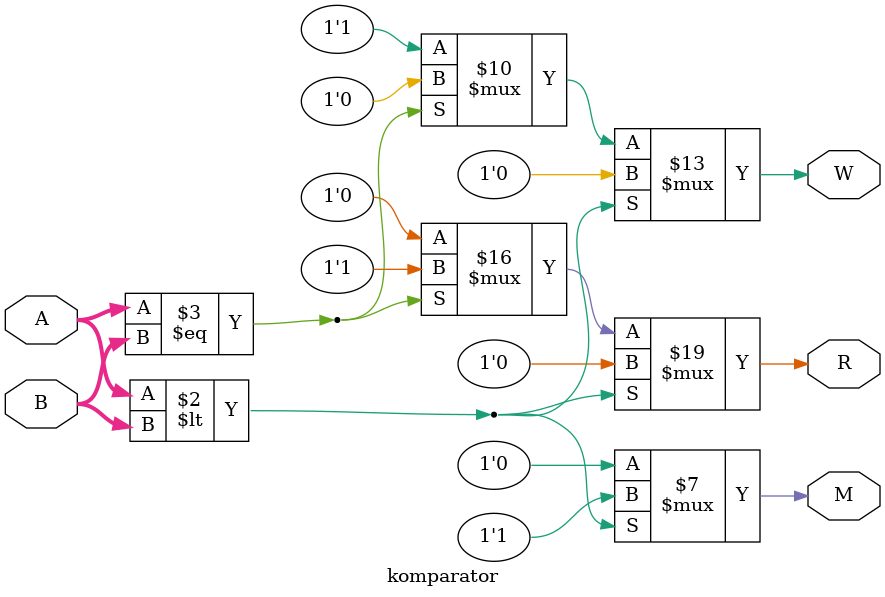
<source format=v>
module komparator( A,B,M,R,W);

input [7:0] A, B;
output M,R,W;
reg M,R,W;
always @(A or B)

if(A<B) 
begin
R <=1'b0;
W <=1'b0;
M <=1'b1;
end

else if (A==B) begin
R <=1'b1;
W <=1'b0;
M <=1'b0;
end

else begin
R <=1'b0;
W <=1'b1;
M <=1'b0;
end

endmodule

</source>
